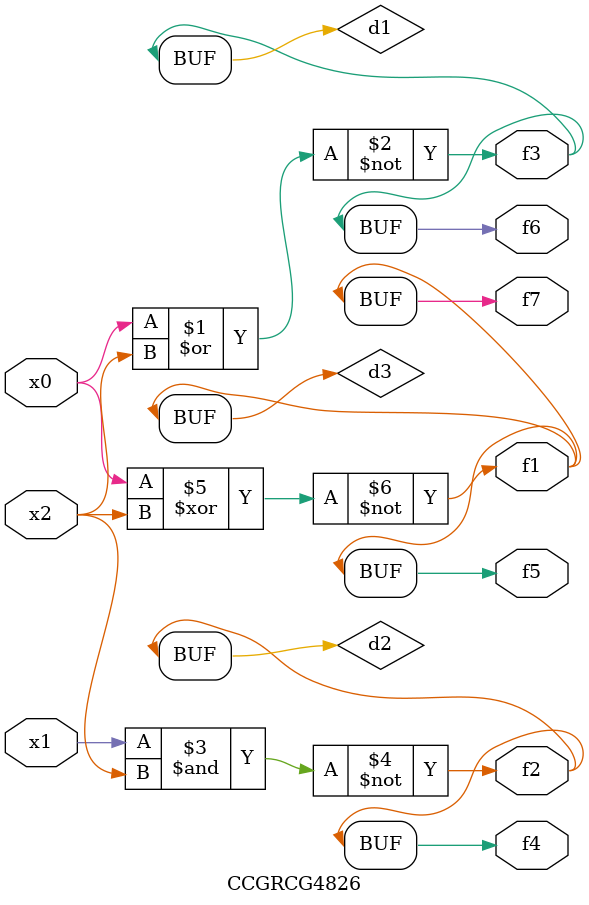
<source format=v>
module CCGRCG4826(
	input x0, x1, x2,
	output f1, f2, f3, f4, f5, f6, f7
);

	wire d1, d2, d3;

	nor (d1, x0, x2);
	nand (d2, x1, x2);
	xnor (d3, x0, x2);
	assign f1 = d3;
	assign f2 = d2;
	assign f3 = d1;
	assign f4 = d2;
	assign f5 = d3;
	assign f6 = d1;
	assign f7 = d3;
endmodule

</source>
